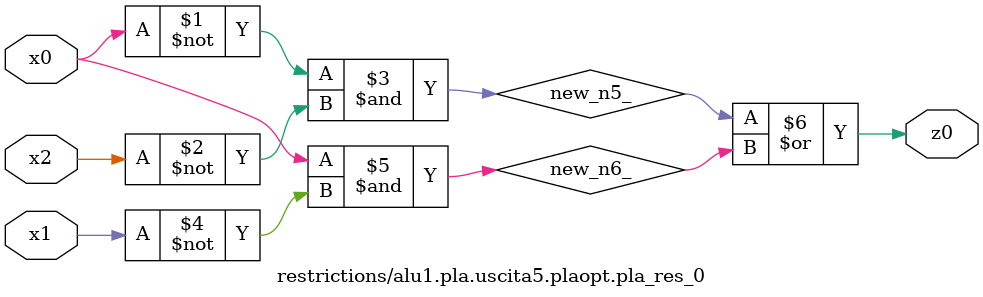
<source format=v>

module \restrictions/alu1.pla.uscita5.plaopt.pla_res_0  ( 
    x0, x1, x2,
    z0  );
  input  x0, x1, x2;
  output z0;
  wire new_n5_, new_n6_;
  assign new_n5_ = ~x0 & ~x2;
  assign new_n6_ = x0 & ~x1;
  assign z0 = new_n5_ | new_n6_;
endmodule



</source>
